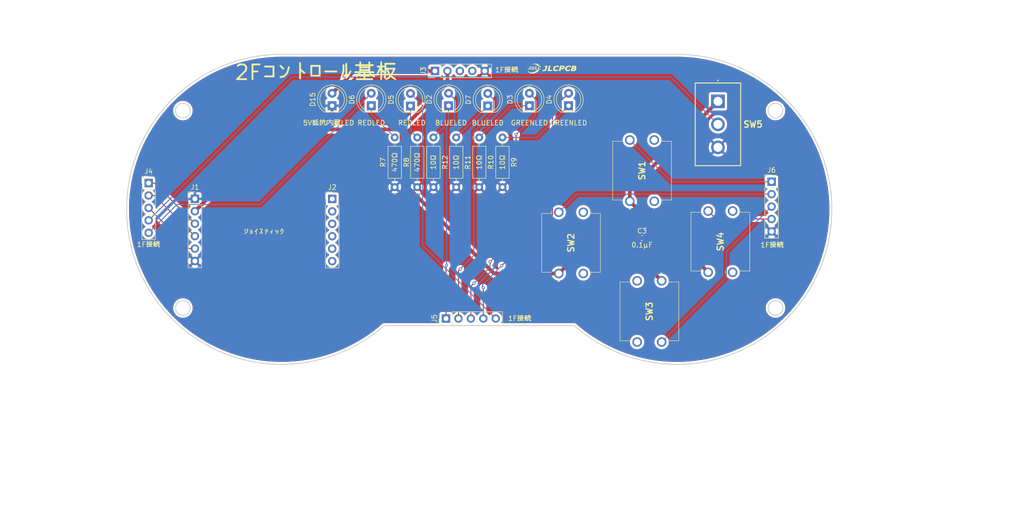
<source format=kicad_pcb>
(kicad_pcb (version 20241229) (generator "pcbnew") (generator_version "9.0")
  (layers (0 "F.Cu" signal) (2 "B.Cu" signal) (13 "F.Paste" user) (15 "B.Paste" user) (5 "F.SilkS" user "F.Silkscreen") (7 "B.SilkS" user "B.Silkscreen") (1 "F.Mask" user) (3 "B.Mask" user) (25 "Edge.Cuts" user))
  (net 0 "")
  (net 1 "GND")
  (net 2 "+3.3V")
  (net 3 "Net-(D2-K)")
  (net 4 "LED6")
  (net 5 "LED4")
  (net 6 "Net-(D3-K)")
  (net 7 "LED3")
  (net 8 "Net-(D4-K)")
  (net 9 "Net-(D5-K)")
  (net 10 "LED2")
  (net 11 "LED1")
  (net 12 "Net-(D6-K)")
  (net 13 "Net-(D7-K)")
  (net 14 "LED5")
  (net 15 "+5V")
  (net 16 "ADC1")
  (net 17 "ADC2")
  (net 18 "ADC0")
  (net 25 "SDA3")
  (net 26 "SCL3")
  (net 27 "2_GP16")
  (net 28 "GP2")
  (net 29 "GP4")
  (net 30 "GP3")
  (net 31 "GP5")
  (footprint "LOGO" (layer "F.Cu") (at 167.13 63.41)
    (property "Reference" "G***" (hide yes))
    (property "Value" "LOGO" (hide yes))
  )
  (footprint "LED_THT:LED_D5.0mm" (layer "F.Cu") (at 138.215 71.04 90)
    (property "Reference" "D5" (at 1.27 -3.96 90) (layer "F.SilkS"))
    (property "Value" "REDLED" (at -3.46 0.285 180) (layer "F.SilkS"))
    (pad "1" thru_hole rect (at 0 0 90) (size 1.8 1.8) (drill 0.9) (layers "*.Cu" "*.Mask") (net 9 "Net-(D5-K)"))
    (pad "2" thru_hole circle (at 2.54 0 90) (size 1.8 1.8) (drill 0.9) (layers "*.Cu" "*.Mask") (net 10 "LED2"))
  )
  (footprint "LED_THT:LED_D5.0mm" (layer "F.Cu") (at 130.215 71 90)
    (property "Reference" "D6" (at 1.27 -3.96 90) (layer "F.SilkS"))
    (property "Value" "REDLED" (at -3.5 0 180) (layer "F.SilkS"))
    (pad "1" thru_hole rect (at 0 0 90) (size 1.8 1.8) (drill 0.9) (layers "*.Cu" "*.Mask") (net 12 "Net-(D6-K)"))
    (pad "2" thru_hole circle (at 2.54 0 90) (size 1.8 1.8) (drill 0.9) (layers "*.Cu" "*.Mask") (net 11 "LED1"))
  )
  (footprint "KiCad_TP0:TVGP01G73BB" (layer "F.Cu") (at 183 90.5 90)
    (property "Reference" "SW1" (at 6.25 2.5 90) (layer "F.SilkS") (effects (font (size 1.27 1.27) (thickness 0.254))))
    (property "Value" "SW_Push" (hide yes))
    (pad "1" thru_hole circle (at 0 0 90) (size 1.95 1.95) (drill 1.3) (layers "*.Cu" "*.Mask") (net 2 "+3.3V"))
    (pad "2" thru_hole circle (at 12.5 0 90) (size 1.95 1.95) (drill 1.3) (layers "*.Cu" "*.Mask") (net 28 "GP2"))
    (pad "3" thru_hole circle (at 0 5 90) (size 1.95 1.95) (drill 1.3) (layers "*.Cu" "*.Mask"))
    (pad "4" thru_hole circle (at 12.5 5 90) (size 1.95 1.95) (drill 1.3) (layers "*.Cu" "*.Mask"))
  )
  (footprint "LED_THT:LED_D5.0mm" (layer "F.Cu") (at 170.5 71 90)
    (property "Reference" "D4" (at 1.27 -3.96 90) (layer "F.SilkS"))
    (property "Value" "GREENLED" (at -3.5 0 180) (layer "F.SilkS"))
    (pad "1" thru_hole rect (at 0 0 90) (size 1.8 1.8) (drill 0.9) (layers "*.Cu" "*.Mask") (net 8 "Net-(D4-K)"))
    (pad "2" thru_hole circle (at 2.54 0 90) (size 1.8 1.8) (drill 0.9) (layers "*.Cu" "*.Mask") (net 7 "LED3"))
  )
  (footprint "KiCad_TP0:TVGP01G73BB" (layer "F.Cu") (at 168.5 105.25 90)
    (property "Reference" "SW2" (at 6.25 2.5 90) (layer "F.SilkS") (effects (font (size 1.27 1.27) (thickness 0.254))))
    (property "Value" "SW_Push" (hide yes))
    (pad "1" thru_hole circle (at 0 0 90) (size 1.95 1.95) (drill 1.3) (layers "*.Cu" "*.Mask") (net 2 "+3.3V"))
    (pad "2" thru_hole circle (at 12.5 0 90) (size 1.95 1.95) (drill 1.3) (layers "*.Cu" "*.Mask") (net 30 "GP3"))
    (pad "3" thru_hole circle (at 0 5 90) (size 1.95 1.95) (drill 1.3) (layers "*.Cu" "*.Mask"))
    (pad "4" thru_hole circle (at 12.5 5 90) (size 1.95 1.95) (drill 1.3) (layers "*.Cu" "*.Mask"))
  )
  (footprint "KiCad_TP0:TVGP01G73BB" (layer "F.Cu") (at 199 105 90)
    (property "Reference" "SW4" (at 6.25 2.5 90) (layer "F.SilkS") (effects (font (size 1.27 1.27) (thickness 0.254))))
    (property "Value" "SW_Push" (hide yes))
    (pad "1" thru_hole circle (at 0 0 90) (size 1.95 1.95) (drill 1.3) (layers "*.Cu" "*.Mask") (net 2 "+3.3V"))
    (pad "2" thru_hole circle (at 12.5 0 90) (size 1.95 1.95) (drill 1.3) (layers "*.Cu" "*.Mask") (net 31 "GP5"))
    (pad "3" thru_hole circle (at 0 5 90) (size 1.95 1.95) (drill 1.3) (layers "*.Cu" "*.Mask"))
    (pad "4" thru_hole circle (at 12.5 5 90) (size 1.95 1.95) (drill 1.3) (layers "*.Cu" "*.Mask"))
  )
  (footprint "Resistor_THT:R_Axial_DIN0207_L6.3mm_D2.5mm_P10.16mm_Horizontal" (layer "F.Cu") (at 157 77.47 -90)
    (property "Reference" "R9" (at 5.08 -2.37 90) (layer "F.SilkS"))
    (property "Value" "10Ω" (at 5.08 0 90) (layer "F.SilkS"))
    (pad "1" thru_hole circle (at 0 0 270) (size 1.6 1.6) (drill 0.8) (layers "*.Cu" "*.Mask") (net 8 "Net-(D4-K)"))
    (pad "2" thru_hole circle (at 10.16 0 270) (size 1.6 1.6) (drill 0.8) (layers "*.Cu" "*.Mask") (net 1 "GND"))
  )
  (footprint "Connector_PinHeader_2.54mm:PinHeader_1x06_P2.54mm_Vertical" (layer "F.Cu") (at 94.2 90)
    (property "Reference" "J1" (at 0 -2.38 0) (layer "F.SilkS"))
    (property "Value" "ジョイスティック" (at 14.1 6.75 0) (layer "F.SilkS"))
    (pad "1" thru_hole rect (at 0 0) (size 1.7 1.7) (drill 1) (layers "*.Cu" "*.Mask") (net 1 "GND"))
    (pad "2" thru_hole circle (at 0 2.54) (size 1.7 1.7) (drill 1) (layers "*.Cu" "*.Mask") (net 2 "+3.3V"))
    (pad "3" thru_hole circle (at 0 5.08) (size 1.7 1.7) (drill 1) (layers "*.Cu" "*.Mask") (net 18 "ADC0"))
    (pad "4" thru_hole circle (at 0 7.62) (size 1.7 1.7) (drill 1) (layers "*.Cu" "*.Mask") (net 16 "ADC1"))
    (pad "5" thru_hole circle (at 0 10.16) (size 1.7 1.7) (drill 1) (layers "*.Cu" "*.Mask") (net 17 "ADC2"))
    (pad "6" thru_hole circle (at 0 12.7) (size 1.7 1.7) (drill 1) (layers "*.Cu" "*.Mask") (net 1 "GND"))
  )
  (footprint "Resistor_THT:R_Axial_DIN0207_L6.3mm_D2.5mm_P10.16mm_Horizontal" (layer "F.Cu") (at 152.25 77.47 -90)
    (property "Reference" "R10" (at 5.08 -2.37 90) (layer "F.SilkS"))
    (property "Value" "10Ω" (at 5.08 0 90) (layer "F.SilkS"))
    (pad "1" thru_hole circle (at 0 0 270) (size 1.6 1.6) (drill 0.8) (layers "*.Cu" "*.Mask") (net 6 "Net-(D3-K)"))
    (pad "2" thru_hole circle (at 10.16 0 270) (size 1.6 1.6) (drill 0.8) (layers "*.Cu" "*.Mask") (net 1 "GND"))
  )
  (footprint "LED_THT:LED_D5.0mm" (layer "F.Cu") (at 122.215 71 90)
    (property "Reference" "D15" (at 1.27 -3.96 90) (layer "F.SilkS"))
    (property "Value" "5V抵抗内蔵LED" (at -3.5 -0.715 180) (layer "F.SilkS"))
    (pad "1" thru_hole rect (at 0 0 90) (size 1.8 1.8) (drill 0.9) (layers "*.Cu" "*.Mask") (net 1 "GND"))
    (pad "2" thru_hole circle (at 2.54 0 90) (size 1.8 1.8) (drill 0.9) (layers "*.Cu" "*.Mask") (net 15 "+5V"))
  )
  (footprint "Resistor_THT:R_Axial_DIN0207_L6.3mm_D2.5mm_P10.16mm_Horizontal" (layer "F.Cu") (at 142.9 77.47 -90)
    (property "Reference" "R12" (at 5.08 -2.37 90) (layer "F.SilkS"))
    (property "Value" "10Ω" (at 5.08 0 90) (layer "F.SilkS"))
    (pad "1" thru_hole circle (at 0 0 270) (size 1.6 1.6) (drill 0.8) (layers "*.Cu" "*.Mask") (net 3 "Net-(D2-K)"))
    (pad "2" thru_hole circle (at 10.16 0 270) (size 1.6 1.6) (drill 0.8) (layers "*.Cu" "*.Mask") (net 1 "GND"))
  )
  (footprint "Connector_PinHeader_2.54mm:PinHeader_1x05_P2.54mm_Vertical" (layer "F.Cu") (at 145.47 114.45 90)
    (property "Reference" "J5" (at 0 -2.38 90) (layer "F.SilkS"))
    (property "Value" "Conn_01x05_Pin" (hide yes))
    (pad "1" thru_hole rect (at 0 0 90) (size 1.7 1.7) (drill 1) (layers "*.Cu" "*.Mask") (net 4 "LED6"))
    (pad "2" thru_hole circle (at 0 2.54 90) (size 1.7 1.7) (drill 1) (layers "*.Cu" "*.Mask") (net 14 "LED5"))
    (pad "3" thru_hole circle (at 0 5.08 90) (size 1.7 1.7) (drill 1) (layers "*.Cu" "*.Mask") (net 5 "LED4"))
    (pad "4" thru_hole circle (at 0 7.62 90) (size 1.7 1.7) (drill 1) (layers "*.Cu" "*.Mask") (net 7 "LED3"))
    (pad "5" thru_hole circle (at 0 10.16 90) (size 1.7 1.7) (drill 1) (layers "*.Cu" "*.Mask") (net 10 "LED2"))
  )
  (footprint "Capacitor_SMD:C_0603_1608Metric" (layer "F.Cu") (at 185.5 98)
    (property "Reference" "C3" (at 0 -1.43 0) (layer "F.SilkS"))
    (property "Value" "0.1μF" (at 0 1.43 0) (layer "F.SilkS"))
    (pad "1" smd roundrect (at -0.775 0) (size 0.9 0.95) (layers "F.Cu" "F.Mask" "F.Paste") (net 2 "+3.3V"))
    (pad "2" smd roundrect (at 0.775 0) (size 0.9 0.95) (layers "F.Cu" "F.Mask" "F.Paste") (net 1 "GND"))
  )
  (footprint "Resistor_THT:R_Axial_DIN0207_L6.3mm_D2.5mm_P10.16mm_Horizontal" (layer "F.Cu") (at 139.6 87.63 90)
    (property "Reference" "R8" (at 5.08 -2.2 90) (layer "F.SilkS"))
    (property "Value" "470Ω" (at 5.08 0 90) (layer "F.SilkS"))
    (pad "1" thru_hole circle (at 0 0 90) (size 1.6 1.6) (drill 0.8) (layers "*.Cu" "*.Mask") (net 1 "GND"))
    (pad "2" thru_hole circle (at 10.16 0 90) (size 1.6 1.6) (drill 0.8) (layers "*.Cu" "*.Mask") (net 9 "Net-(D5-K)"))
  )
  (footprint "LED_THT:LED_D5.0mm" (layer "F.Cu") (at 162.5 71 90)
    (property "Reference" "D3" (at 1.27 -3.96 90) (layer "F.SilkS"))
    (property "Value" "GREENLED" (at -3.5 0 180) (layer "F.SilkS"))
    (pad "1" thru_hole rect (at 0 0 90) (size 1.8 1.8) (drill 0.9) (layers "*.Cu" "*.Mask") (net 6 "Net-(D3-K)"))
    (pad "2" thru_hole circle (at 2.54 0 90) (size 1.8 1.8) (drill 0.9) (layers "*.Cu" "*.Mask") (net 5 "LED4"))
  )
  (footprint "Connector_PinHeader_2.54mm:PinHeader_1x05_P2.54mm_Vertical" (layer "F.Cu") (at 84.75 86.789)
    (property "Reference" "J4" (at 0 -2.38 0) (layer "F.SilkS"))
    (property "Value" "1F接続" (at 0 12.54 0) (layer "F.SilkS"))
    (pad "1" thru_hole rect (at 0 0) (size 1.7 1.7) (drill 1) (layers "*.Cu" "*.Mask") (net 18 "ADC0"))
    (pad "2" thru_hole circle (at 0 2.54) (size 1.7 1.7) (drill 1) (layers "*.Cu" "*.Mask") (net 16 "ADC1"))
    (pad "3" thru_hole circle (at 0 5.08) (size 1.7 1.7) (drill 1) (layers "*.Cu" "*.Mask") (net 17 "ADC2"))
    (pad "4" thru_hole circle (at 0 7.62) (size 1.7 1.7) (drill 1) (layers "*.Cu" "*.Mask") (net 27 "2_GP16"))
    (pad "5" thru_hole circle (at 0 10.16) (size 1.7 1.7) (drill 1) (layers "*.Cu" "*.Mask") (net 11 "LED1"))
  )
  (footprint "Connector_PinHeader_2.54mm:PinHeader_1x05_P2.54mm_Vertical" (layer "F.Cu") (at 143.22 63.9 90)
    (property "Reference" "J3" (at 0 -2.38 90) (layer "F.SilkS"))
    (property "Value" "Conn_01x05_Pin" (hide yes))
    (pad "1" thru_hole rect (at 0 0 90) (size 1.7 1.7) (drill 1) (layers "*.Cu" "*.Mask") (net 15 "+5V"))
    (pad "2" thru_hole circle (at 0 2.54 90) (size 1.7 1.7) (drill 1) (layers "*.Cu" "*.Mask") (net 2 "+3.3V"))
    (pad "3" thru_hole circle (at 0 5.08 90) (size 1.7 1.7) (drill 1) (layers "*.Cu" "*.Mask") (net 25 "SDA3"))
    (pad "4" thru_hole circle (at 0 7.62 90) (size 1.7 1.7) (drill 1) (layers "*.Cu" "*.Mask") (net 26 "SCL3"))
    (pad "5" thru_hole circle (at 0 10.16 90) (size 1.7 1.7) (drill 1) (layers "*.Cu" "*.Mask") (net 1 "GND"))
  )
  (footprint "Resistor_THT:R_Axial_DIN0207_L6.3mm_D2.5mm_P10.16mm_Horizontal" (layer "F.Cu") (at 147.55 77.47 -90)
    (property "Reference" "R11" (at 5.08 -2.37 90) (layer "F.SilkS"))
    (property "Value" "10Ω" (at 5.08 0 90) (layer "F.SilkS"))
    (pad "1" thru_hole circle (at 0 0 270) (size 1.6 1.6) (drill 0.8) (layers "*.Cu" "*.Mask") (net 13 "Net-(D7-K)"))
    (pad "2" thru_hole circle (at 10.16 0 270) (size 1.6 1.6) (drill 0.8) (layers "*.Cu" "*.Mask") (net 1 "GND"))
  )
  (footprint "Connector_PinHeader_2.54mm:PinHeader_1x06_P2.54mm_Vertical" (layer "F.Cu") (at 122.24 90.03)
    (property "Reference" "J2" (at 0 -2.38 0) (layer "F.SilkS"))
    (property "Value" "Conn_01x06_Pin" (hide yes))
    (pad "1" thru_hole rect (at 0 0) (size 1.7 1.7) (drill 1) (layers "*.Cu" "*.Mask"))
    (pad "2" thru_hole circle (at 0 2.54) (size 1.7 1.7) (drill 1) (layers "*.Cu" "*.Mask"))
    (pad "3" thru_hole circle (at 0 5.08) (size 1.7 1.7) (drill 1) (layers "*.Cu" "*.Mask"))
    (pad "4" thru_hole circle (at 0 7.62) (size 1.7 1.7) (drill 1) (layers "*.Cu" "*.Mask"))
    (pad "5" thru_hole circle (at 0 10.16) (size 1.7 1.7) (drill 1) (layers "*.Cu" "*.Mask"))
    (pad "6" thru_hole circle (at 0 12.7) (size 1.7 1.7) (drill 1) (layers "*.Cu" "*.Mask"))
  )
  (footprint "LED_THT:LED_D5.0mm" (layer "F.Cu") (at 154 71.04 90)
    (property "Reference" "D7" (at 1.27 -3.96 90) (layer "F.SilkS"))
    (property "Value" "BLUELED" (at -3.46 0 180) (layer "F.SilkS"))
    (pad "1" thru_hole rect (at 0 0 90) (size 1.8 1.8) (drill 0.9) (layers "*.Cu" "*.Mask") (net 13 "Net-(D7-K)"))
    (pad "2" thru_hole circle (at 2.54 0 90) (size 1.8 1.8) (drill 0.9) (layers "*.Cu" "*.Mask") (net 14 "LED5"))
  )
  (footprint "LED_THT:LED_D5.0mm" (layer "F.Cu") (at 146 71 90)
    (property "Reference" "D2" (at 1.27 -3.96 90) (layer "F.SilkS"))
    (property "Value" "BLUELED" (at -3.5 0.5 180) (layer "F.SilkS"))
    (pad "1" thru_hole rect (at 0 0 90) (size 1.8 1.8) (drill 0.9) (layers "*.Cu" "*.Mask") (net 3 "Net-(D2-K)"))
    (pad "2" thru_hole circle (at 2.54 0 90) (size 1.8 1.8) (drill 0.9) (layers "*.Cu" "*.Mask") (net 4 "LED6"))
  )
  (footprint "KiCad_TP0:TVGP01G73BB" (layer "F.Cu") (at 189.5 106.75 -90)
    (property "Reference" "SW3" (at 6.25 2.5 90) (layer "F.SilkS") (effects (font (size 1.27 1.27) (thickness 0.254))))
    (property "Value" "SW_Push" (hide yes))
    (pad "1" thru_hole circle (at 0 0 270) (size 1.95 1.95) (drill 1.3) (layers "*.Cu" "*.Mask") (net 2 "+3.3V"))
    (pad "2" thru_hole circle (at 12.5 0 270) (size 1.95 1.95) (drill 1.3) (layers "*.Cu" "*.Mask") (net 29 "GP4"))
    (pad "3" thru_hole circle (at 0 5 270) (size 1.95 1.95) (drill 1.3) (layers "*.Cu" "*.Mask"))
    (pad "4" thru_hole circle (at 12.5 5 270) (size 1.95 1.95) (drill 1.3) (layers "*.Cu" "*.Mask"))
  )
  (footprint "Resistor_THT:R_Axial_DIN0207_L6.3mm_D2.5mm_P10.16mm_Horizontal" (layer "F.Cu") (at 135 87.63 90)
    (property "Reference" "R7" (at 5.08 -2.37 90) (layer "F.SilkS"))
    (property "Value" "470Ω" (at 5.08 0 90) (layer "F.SilkS"))
    (pad "1" thru_hole circle (at 0 0 90) (size 1.6 1.6) (drill 0.8) (layers "*.Cu" "*.Mask") (net 1 "GND"))
    (pad "2" thru_hole circle (at 10.16 0 90) (size 1.6 1.6) (drill 0.8) (layers "*.Cu" "*.Mask") (net 12 "Net-(D6-K)"))
  )
  (footprint "kicad_3MS1J102M2QES:3MS1J102M2QES" (layer "F.Cu") (at 201 70.1 180)
    (property "Reference" "SW5" (at -7.15 -4.7 0) (layer "F.SilkS") (effects (font (size 1.27 1.27) (thickness 0.254))))
    (property "Value" "SW_SPDT" (hide yes))
    (pad "1" thru_hole rect (at 0 0 180) (size 2.775 2.775) (drill 1.85) (layers "*.Cu" "*.Mask") (net 2 "+3.3V"))
    (pad "2" thru_hole circle (at 0 -4.7 180) (size 2.775 2.775) (drill 1.85) (layers "*.Cu" "*.Mask") (net 27 "2_GP16"))
    (pad "3" thru_hole circle (at 0 -9.4 180) (size 2.775 2.775) (drill 1.85) (layers "*.Cu" "*.Mask") (net 1 "GND"))
  )
  (footprint "Connector_PinHeader_2.54mm:PinHeader_1x05_P2.54mm_Vertical" (layer "F.Cu") (at 211.95 86.51)
    (property "Reference" "J6" (at 0 -2.38 0) (layer "F.SilkS"))
    (property "Value" "Conn_01x05_Pin" (hide yes))
    (pad "1" thru_hole rect (at 0 0) (size 1.7 1.7) (drill 1) (layers "*.Cu" "*.Mask") (net 28 "GP2"))
    (pad "2" thru_hole circle (at 0 2.54) (size 1.7 1.7) (drill 1) (layers "*.Cu" "*.Mask") (net 30 "GP3"))
    (pad "3" thru_hole circle (at 0 5.08) (size 1.7 1.7) (drill 1) (layers "*.Cu" "*.Mask") (net 29 "GP4"))
    (pad "4" thru_hole circle (at 0 7.62) (size 1.7 1.7) (drill 1) (layers "*.Cu" "*.Mask") (net 31 "GP5"))
    (pad "5" thru_hole circle (at 0 10.16) (size 1.7 1.7) (drill 1) (layers "*.Cu" "*.Mask") (net 1 "GND"))
  )
  (gr_arc (start 192.599997 60.500002) (mid 222.205861 103.339967) (end 171.665492 115.887502) (stroke (width 0.2)) (layer "Edge.Cuts"))
  (gr_circle (center 212.75254 112.302545) (end 212.76254 112.302545) (stroke (width 0.0001)) (fill yes) (layer "Edge.Cuts"))
  (gr_arc (start 132.834502 115.887502) (mid 82.294133 103.339967) (end 111.899997 60.500003) (stroke (width 0.2)) (layer "Edge.Cuts"))
  (gr_line (start 192.599997 60.500002) (end 111.899997 60.500002) (stroke (width 0.2)) (layer "Edge.Cuts"))
  (gr_circle (center 212.75254 71.997459) (end 214.25254 71.997459) (stroke (width 0.2)) (fill no) (layer "Edge.Cuts"))
  (gr_line (start 111.899997 60.500003) (end 111.899997 60.500002) (stroke (width 0.2)) (layer "Edge.Cuts"))
  (gr_line (start 132.834502 115.887502) (end 171.665492 115.887502) (stroke (width 0.2)) (layer "Edge.Cuts"))
  (gr_circle (center 212.75254 71.997459) (end 212.76254 71.997459) (stroke (width 0.0001)) (fill yes) (layer "Edge.Cuts"))
  (gr_circle (center 91.747454 71.997459) (end 93.247454 71.997459) (stroke (width 0.2)) (fill no) (layer "Edge.Cuts"))
  (gr_circle (center 91.747454 112.302545) (end 93.247454 112.302545) (stroke (width 0.2)) (fill no) (layer "Edge.Cuts"))
  (gr_circle (center 212.75254 112.302545) (end 214.25254 112.302545) (stroke (width 0.2)) (fill no) (layer "Edge.Cuts"))
  (gr_text "2Fコントロール基板" (at 102.14 65.96 0) (layer "F.SilkS") (effects (font (size 3 3) (thickness 0.375)) (justify left bottom)))
  (gr_text "1F接続" (at 160.54 114.44 0) (layer "F.SilkS") (effects (font (size 1 1))))
  (gr_text "1F接続" (at 212.1 99.43 0) (layer "F.SilkS") (effects (font (size 1 1))))
  (gr_text "1F接続" (at 157.89 63.68 0) (layer "F.SilkS") (effects (font (size 1 1))))
  (segment (start 183 88.1) (end 183 90.5) (width 0.75) (layer "F.Cu") (net 2))
  (segment (start 136.376 75.831) (end 136.376 86.351958) (width 0.75) (layer "F.Cu") (net 2))
  (segment (start 145.76 66.447) (end 136.376 75.831) (width 0.75) (layer "F.Cu") (net 2))
  (segment (start 184.725 98) (end 184.725 97.93598) (width 0.75) (layer "F.Cu") (net 2))
  (segment (start 185.71198 96.949) (end 190.949 96.949) (width 0.75) (layer "F.Cu") (net 2))
  (segment (start 184.725 98) (end 184.725 101.975) (width 0.75) (layer "F.Cu") (net 2))
  (segment (start 201 70.1) (end 183 88.1) (width 0.75) (layer "F.Cu") (net 2))
  (segment (start 110.909 75.831) (end 94.2 92.54) (width 0.75) (layer "F.Cu") (net 2))
  (segment (start 184.725 92.225) (end 183 90.5) (width 0.75) (layer "F.Cu") (net 2))
  (segment (start 184.725 97.93598) (end 185.71198 96.949) (width 0.75) (layer "F.Cu") (net 2))
  (segment (start 175.75 98) (end 184.725 98) (width 0.75) (layer "F.Cu") (net 2))
  (segment (start 136.376 86.351958) (end 155.274042 105.25) (width 0.75) (layer "F.Cu") (net 2))
  (segment (start 136.376 75.831) (end 110.909 75.831) (width 0.75) (layer "F.Cu") (net 2))
  (segment (start 145.76 63.9) (end 145.76 66.447) (width 0.75) (layer "F.Cu") (net 2))
  (segment (start 190.949 96.949) (end 199 105) (width 0.75) (layer "F.Cu") (net 2))
  (segment (start 184.725 101.975) (end 189.5 106.75) (width 0.75) (layer "F.Cu") (net 2))
  (segment (start 184.725 98) (end 184.725 92.225) (width 0.75) (layer "F.Cu") (net 2))
  (segment (start 168.5 105.25) (end 175.75 98) (width 0.75) (layer "F.Cu") (net 2))
  (segment (start 155.274042 105.25) (end 168.5 105.25) (width 0.75) (layer "F.Cu") (net 2))
  (segment (start 146 74.37) (end 142.9 77.47) (width 0.2) (layer "B.Cu") (net 3))
  (segment (start 146 71) (end 146 74.37) (width 0.2) (layer "B.Cu") (net 3))
  (segment (start 145.589265 103.560735) (end 145.47 103.68) (width 0.2) (layer "F.Cu") (net 4))
  (segment (start 145.47 103.68) (end 145.47 114.45) (width 0.2) (layer "F.Cu") (net 4))
  (via (at 145.589265 103.560735) (size 0.6) (drill 0.3) (layers "F.Cu" "B.Cu") (net 4))
  (segment (start 147.201 69.661) (end 147.201 73.7361) (width 0.2) (layer "B.Cu") (net 4))
  (segment (start 145.589265 75.347835) (end 145.589265 103.560735) (width 0.2) (layer "B.Cu") (net 4))
  (segment (start 146 68.46) (end 147.201 69.661) (width 0.2) (layer "B.Cu") (net 4))
  (segment (start 147.201 73.7361) (end 145.589265 75.347835) (width 0.2) (layer "B.Cu") (net 4))
  (segment (start 151.17 107.25) (end 150.55 107.87) (width 0.2) (layer "F.Cu") (net 5))
  (segment (start 150.55 107.87) (end 150.55 114.45) (width 0.2) (layer "F.Cu") (net 5))
  (segment (start 159.8 97.54) (end 154.47 102.87) (width 0.2) (layer "F.Cu") (net 5))
  (segment (start 159.8 76.87) (end 159.8 97.54) (width 0.2) (layer "F.Cu") (net 5))
  (via (at 154.47 102.87) (size 0.6) (drill 0.3) (layers "F.Cu" "B.Cu") (net 5))
  (via (at 159.8 76.87) (size 0.6) (drill 0.3) (layers "F.Cu" "B.Cu") (net 5))
  (via (at 151.17 107.25) (size 0.6) (drill 0.3) (layers "F.Cu" "B.Cu") (net 5))
  (segment (start 162.5 68.46) (end 163.701 69.661) (width 0.2) (layer "B.Cu") (net 5))
  (segment (start 163.701 72.969) (end 159.8 76.87) (width 0.2) (layer "B.Cu") (net 5))
  (segment (start 163.701 69.661) (end 163.701 72.969) (width 0.2) (layer "B.Cu") (net 5))
  (segment (start 154.47 103.95) (end 151.17 107.25) (width 0.2) (layer "B.Cu") (net 5))
  (segment (start 154.47 102.87) (end 154.47 103.95) (width 0.2) (layer "B.Cu") (net 5))
  (segment (start 152.25 77.47) (end 158.72 71) (width 0.2) (layer "B.Cu") (net 6))
  (segment (start 158.72 71) (end 162.5 71) (width 0.2) (layer "B.Cu") (net 6))
  (segment (start 167.224 71.736) (end 167.224 93.276) (width 0.2) (layer "F.Cu") (net 7))
  (segment (start 167.224 93.276) (end 156.85 103.65) (width 0.2) (layer "F.Cu") (net 7))
  (segment (start 170.5 68.46) (end 167.224 71.736) (width 0.2) (layer "F.Cu") (net 7))
  (segment (start 153.09 108.16) (end 153.09 114.45) (width 0.2) (layer "F.Cu") (net 7))
  (via (at 156.85 103.65) (size 0.6) (drill 0.3) (layers "F.Cu" "B.Cu") (net 7))
  (via (at 153.09 108.16) (size 0.6) (drill 0.3) (layers "F.Cu" "B.Cu") (net 7))
  (segment (start 153.09 108.16) (end 152.91 107.98) (width 0.2) (layer "B.Cu") (net 7))
  (segment (start 152.91 107.59) (end 156.85 103.65) (width 0.2) (layer "B.Cu") (net 7))
  (segment (start 152.91 107.98) (end 152.91 107.59) (width 0.2) (layer "B.Cu") (net 7))
  (segment (start 164.03 77.47) (end 170.5 71) (width 0.2) (layer "B.Cu") (net 8))
  (segment (start 157 77.47) (end 164.03 77.47) (width 0.2) (layer "B.Cu") (net 8))
  (segment (start 138.215 71.04) (end 138.215 76.085) (width 0.2) (layer "B.Cu") (net 9))
  (segment (start 138.215 76.085) (end 139.6 77.47) (width 0.2) (layer "B.Cu") (net 9))
  (segment (start 140.701 70.986) (end 140.701 99.521) (width 0.2) (layer "B.Cu") (net 10))
  (segment (start 138.215 68.5) (end 140.701 70.986) (width 0.2) (layer "B.Cu") (net 10))
  (segment (start 140.701 99.521) (end 155.63 114.45) (width 0.2) (layer "B.Cu") (net 10))
  (segment (start 107.524 91.151) (end 90.548 91.151) (width 0.2) (layer "B.Cu") (net 11))
  (segment (start 90.548 91.151) (end 84.75 96.949) (width 0.2) (layer "B.Cu") (net 11))
  (segment (start 130.215 68.46) (end 107.524 91.151) (width 0.2) (layer "B.Cu") (net 11))
  (segment (start 130.215 71) (end 130.215 72.685) (width 0.2) (layer "B.Cu") (net 12))
  (segment (start 130.215 72.685) (end 135 77.47) (width 0.2) (layer "B.Cu") (net 12))
  (segment (start 147.55 77.47) (end 153.98 71.04) (width 0.2) (layer "B.Cu") (net 13))
  (segment (start 153.98 71.04) (end 154 71.04) (width 0.2) (layer "B.Cu") (net 13))
  (segment (start 148.37 104.33) (end 148.01 104.69) (width 0.2) (layer "F.Cu") (net 14))
  (segment (start 148.01 104.69) (end 148.01 114.45) (width 0.2) (layer "F.Cu") (net 14))
  (via (at 148.37 104.33) (size 0.6) (drill 0.3) (layers "F.Cu" "B.Cu") (net 14))
  (segment (start 151.149 101.551) (end 148.37 104.33) (width 0.2) (layer "B.Cu") (net 14))
  (segment (start 155.201 69.701) (end 155.201 72.241) (width 0.2) (layer "B.Cu") (net 14))
  (segment (start 151.149 76.293) (end 151.149 101.551) (width 0.2) (layer "B.Cu") (net 14))
  (segment (start 154 68.5) (end 155.201 69.701) (width 0.2) (layer "B.Cu") (net 14))
  (segment (start 155.201 72.241) (end 151.149 76.293) (width 0.2) (layer "B.Cu") (net 14))
  (segment (start 143.22 63.9) (end 126.775 63.9) (width 0.75) (layer "F.Cu") (net 15))
  (segment (start 126.775 63.9) (end 122.215 68.46) (width 0.75) (layer "F.Cu") (net 15))
  (segment (start 94.2 97.62) (end 85.909 89.329) (width 0.2) (layer "F.Cu") (net 16))
  (segment (start 85.909 89.329) (end 84.75 89.329) (width 0.2) (layer "F.Cu") (net 16))
  (segment (start 93.041 100.16) (end 94.2 100.16) (width 0.2) (layer "F.Cu") (net 17))
  (segment (start 84.75 91.869) (end 93.041 100.16) (width 0.2) (layer "F.Cu") (net 17))
  (segment (start 85.909 86.789) (end 94.2 95.08) (width 0.2) (layer "F.Cu") (net 18))
  (segment (start 84.75 86.789) (end 85.909 86.789) (width 0.2) (layer "F.Cu") (net 18))
  (segment (start 191.33 65.13) (end 114.029 65.13) (width 0.2) (layer "B.Cu") (net 27))
  (segment (start 201 74.8) (end 191.33 65.13) (width 0.2) (layer "B.Cu") (net 27))
  (segment (start 114.029 65.13) (end 84.75 94.409) (width 0.2) (layer "B.Cu") (net 27))
  (segment (start 211.95 86.51) (end 191.51 86.51) (width 0.2) (layer "B.Cu") (net 28))
  (segment (start 191.51 86.51) (end 183 78) (width 0.2) (layer "B.Cu") (net 28))
  (segment (start 202.724 100.816) (end 202.724 106.026) (width 0.2) (layer "B.Cu") (net 29))
  (segment (start 202.724 106.026) (end 189.5 119.25) (width 0.2) (layer "B.Cu") (net 29))
  (segment (start 211.95 91.59) (end 202.724 100.816) (width 0.2) (layer "B.Cu") (net 29))
  (segment (start 172.2 89.05) (end 168.5 92.75) (width 0.2) (layer "B.Cu") (net 30))
  (segment (start 211.95 89.05) (end 172.2 89.05) (width 0.2) (layer "B.Cu") (net 30))
  (segment (start 211.95 94.13) (end 200.63 94.13) (width 0.2) (layer "F.Cu") (net 31))
  (segment (start 200.63 94.13) (end 199 92.5) (width 0.2) (layer "F.Cu") (net 31))
  (zone (net 1) (net_name "GND") (layers "F.Cu" "B.Cu") (connect_pads (clearance 0.5)) (min_thickness 0.25) (fill yes (thermal_gap 0.5) (thermal_bridge_width 0.5))
    (polygon (pts (xy 82.04 49.41) (xy 54.4 77.05) (xy 54.4 133.82) (xy 73.9 153.32) (xy 237.58 153.32) (xy 263.51 127.39) (xy 263.51 60.98) (xy 251.94 49.41)))
  )
)
</source>
